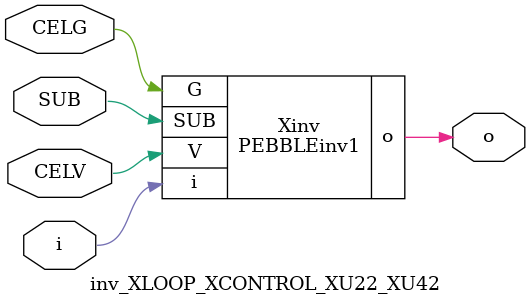
<source format=v>



module PEBBLEinv1 ( o, G, SUB, V, i );

  input V;
  input i;
  input G;
  output o;
  input SUB;
endmodule

//Celera Confidential Do Not Copy inv_XLOOP_XCONTROL_XU22_XU42
//Celera Confidential Symbol Generator
//5V Inverter
module inv_XLOOP_XCONTROL_XU22_XU42 (CELV,CELG,i,o,SUB);
input CELV;
input CELG;
input i;
input SUB;
output o;

//Celera Confidential Do Not Copy inv
PEBBLEinv1 Xinv(
.V (CELV),
.i (i),
.o (o),
.SUB (SUB),
.G (CELG)
);
//,diesize,PEBBLEinv1

//Celera Confidential Do Not Copy Module End
//Celera Schematic Generator
endmodule

</source>
